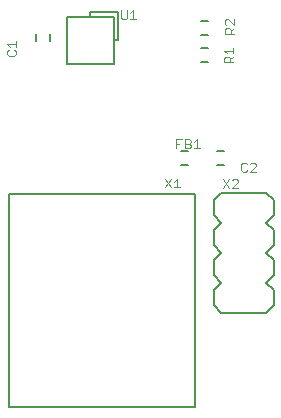
<source format=gbr>
G04 EAGLE Gerber RS-274X export*
G75*
%MOMM*%
%FSLAX34Y34*%
%LPD*%
%INSilkscreen Top*%
%IPPOS*%
%AMOC8*
5,1,8,0,0,1.08239X$1,22.5*%
G01*
%ADD10C,0.152400*%
%ADD11C,0.076200*%
%ADD12C,0.127000*%


D10*
X56000Y285500D02*
X56000Y279500D01*
X44000Y279500D02*
X44000Y285500D01*
D11*
X20858Y271948D02*
X19630Y270719D01*
X19630Y268261D01*
X20858Y267033D01*
X25773Y267033D01*
X27002Y268261D01*
X27002Y270719D01*
X25773Y271948D01*
X22087Y274517D02*
X19630Y276974D01*
X27002Y276974D01*
X27002Y274517D02*
X27002Y279432D01*
D10*
X197000Y186000D02*
X203000Y186000D01*
X203000Y174000D02*
X197000Y174000D01*
D11*
X221447Y176008D02*
X222676Y174780D01*
X221447Y176008D02*
X218990Y176008D01*
X217761Y174780D01*
X217761Y169865D01*
X218990Y168636D01*
X221447Y168636D01*
X222676Y169865D01*
X225245Y168636D02*
X230160Y168636D01*
X225245Y168636D02*
X230160Y173551D01*
X230160Y174780D01*
X228931Y176008D01*
X226474Y176008D01*
X225245Y174780D01*
D10*
X173000Y186000D02*
X167000Y186000D01*
X167000Y174000D02*
X173000Y174000D01*
D11*
X162761Y188636D02*
X162761Y196008D01*
X167676Y196008D01*
X165218Y192322D02*
X162761Y192322D01*
X170245Y188636D02*
X170245Y196008D01*
X173931Y196008D01*
X175160Y194780D01*
X175160Y193551D01*
X173931Y192322D01*
X175160Y191093D01*
X175160Y189865D01*
X173931Y188636D01*
X170245Y188636D01*
X170245Y192322D02*
X173931Y192322D01*
X177729Y193551D02*
X180187Y196008D01*
X180187Y188636D01*
X182644Y188636D02*
X177729Y188636D01*
D10*
X184000Y273500D02*
X190000Y273500D01*
X190000Y261500D02*
X184000Y261500D01*
D11*
X203492Y261261D02*
X210864Y261261D01*
X203492Y261261D02*
X203492Y264947D01*
X204720Y266176D01*
X207178Y266176D01*
X208407Y264947D01*
X208407Y261261D01*
X208407Y263718D02*
X210864Y266176D01*
X205949Y268745D02*
X203492Y271203D01*
X210864Y271203D01*
X210864Y273660D02*
X210864Y268745D01*
D10*
X190000Y296000D02*
X184000Y296000D01*
X184000Y284000D02*
X190000Y284000D01*
D11*
X203992Y285261D02*
X211364Y285261D01*
X203992Y285261D02*
X203992Y288947D01*
X205220Y290176D01*
X207678Y290176D01*
X208907Y288947D01*
X208907Y285261D01*
X208907Y287718D02*
X211364Y290176D01*
X211364Y292745D02*
X211364Y297660D01*
X211364Y292745D02*
X206449Y297660D01*
X205220Y297660D01*
X203992Y296431D01*
X203992Y293974D01*
X205220Y292745D01*
D12*
X178700Y150000D02*
X178700Y-30800D01*
X178700Y150000D02*
X21300Y150000D01*
X21300Y-30800D01*
X178700Y-30800D01*
D11*
X158296Y155381D02*
X153381Y162753D01*
X158296Y162753D02*
X153381Y155381D01*
X160865Y160296D02*
X163323Y162753D01*
X163323Y155381D01*
X165780Y155381D02*
X160865Y155381D01*
D10*
X194600Y144450D02*
X200950Y150800D01*
X194600Y131750D02*
X200950Y125400D01*
X194600Y119050D01*
X194600Y106350D02*
X200950Y100000D01*
X194600Y93650D01*
X194600Y80950D02*
X200950Y74600D01*
X194600Y68250D01*
X194600Y55550D02*
X200950Y49200D01*
X200950Y150800D02*
X239050Y150800D01*
X245400Y144450D01*
X245400Y131750D01*
X239050Y125400D01*
X245400Y119050D01*
X245400Y106350D01*
X239050Y100000D01*
X245400Y93650D01*
X245400Y80950D01*
X239050Y74600D01*
X245400Y68250D01*
X245400Y55550D01*
X239050Y49200D01*
X200950Y49200D01*
X194600Y55550D02*
X194600Y68250D01*
X194600Y80950D02*
X194600Y93650D01*
X194600Y106350D02*
X194600Y119050D01*
X194600Y131750D02*
X194600Y144450D01*
D11*
X207496Y155131D02*
X202581Y162503D01*
X207496Y162503D02*
X202581Y155131D01*
X210065Y155131D02*
X214980Y155131D01*
X210065Y155131D02*
X214980Y160046D01*
X214980Y161275D01*
X213751Y162503D01*
X211294Y162503D01*
X210065Y161275D01*
D12*
X70000Y260000D02*
X70000Y300000D01*
X70000Y260000D02*
X110000Y260000D01*
X110000Y280000D01*
X110000Y300000D01*
X90000Y300000D01*
X70000Y300000D01*
X110000Y280000D02*
X113500Y280000D01*
X113500Y303500D01*
X90000Y303500D01*
X90000Y300000D01*
D11*
X116381Y299110D02*
X116381Y305253D01*
X116381Y299110D02*
X117610Y297881D01*
X120067Y297881D01*
X121296Y299110D01*
X121296Y305253D01*
X123865Y302796D02*
X126323Y305253D01*
X126323Y297881D01*
X128780Y297881D02*
X123865Y297881D01*
M02*

</source>
